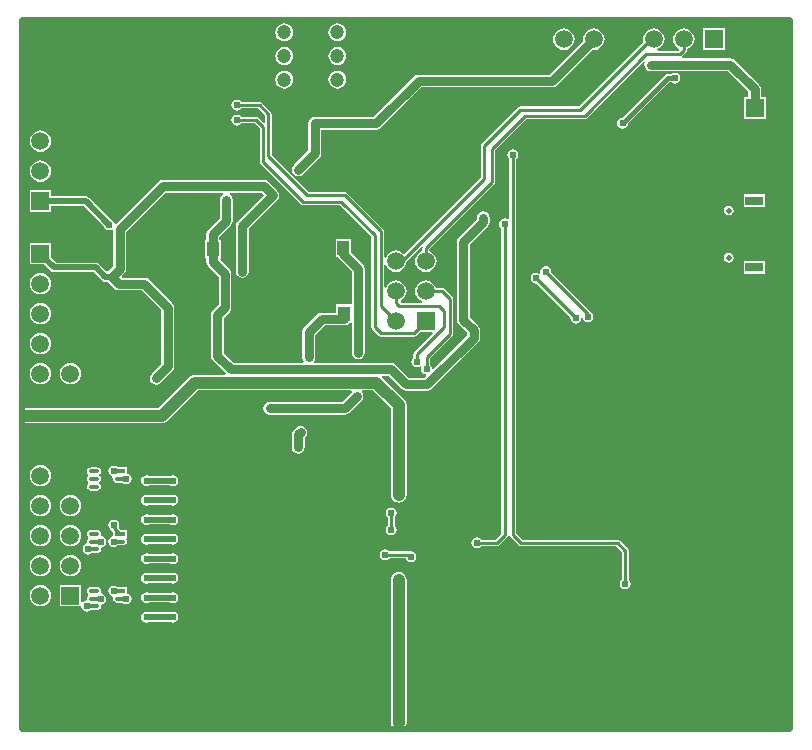
<source format=gbl>
G04*
G04 #@! TF.GenerationSoftware,Altium Limited,Altium Designer,18.1.9 (240)*
G04*
G04 Layer_Physical_Order=2*
G04 Layer_Color=16711680*
%FSLAX24Y24*%
%MOIN*%
G70*
G01*
G75*
%ADD12C,0.0100*%
%ADD17C,0.0200*%
%ADD22C,0.0050*%
%ADD41C,0.0591*%
%ADD47R,0.0335X0.0138*%
%ADD48O,0.0335X0.0138*%
%ADD86C,0.0300*%
%ADD87C,0.0150*%
%ADD88R,0.0591X0.0591*%
%ADD89R,0.0591X0.0591*%
%ADD90C,0.0472*%
%ADD91C,0.0197*%
%ADD92R,0.0591X0.0315*%
%ADD93C,0.1378*%
%ADD94C,0.0240*%
%ADD95R,0.0394X0.0492*%
%ADD96C,0.0400*%
%ADD97C,0.0394*%
G36*
X25591Y12D02*
X25555Y-24D01*
X12771Y-0D01*
X12759Y50D01*
X12774Y71D01*
X12800Y133D01*
X12809Y200D01*
X12805Y4976D01*
X12796Y5043D01*
X12770Y5106D01*
X12729Y5160D01*
X12676Y5201D01*
X12613Y5227D01*
X12546Y5235D01*
X12479Y5226D01*
X12417Y5200D01*
X12363Y5159D01*
X12322Y5106D01*
X12296Y5043D01*
X12287Y4976D01*
X12291Y200D01*
X12300Y133D01*
X12326Y70D01*
X12341Y50D01*
X12320Y0D01*
X-0Y0D01*
X-0Y10162D01*
X50Y10194D01*
X100Y10188D01*
X4650D01*
X4650Y10188D01*
X4718Y10197D01*
X4781Y10223D01*
X4835Y10265D01*
X5859Y11288D01*
X10966D01*
X10985Y11238D01*
X10661Y10914D01*
X8250D01*
X8168Y10898D01*
X8099Y10851D01*
X8052Y10782D01*
X8036Y10700D01*
X8052Y10618D01*
X8099Y10549D01*
X8168Y10502D01*
X8250Y10486D01*
X10750D01*
X10832Y10502D01*
X10901Y10549D01*
X11301Y10949D01*
X11348Y11018D01*
X11364Y11100D01*
X11348Y11182D01*
X11311Y11238D01*
X11330Y11288D01*
X11691D01*
X12288Y10691D01*
Y10450D01*
X12291Y10426D01*
Y7807D01*
X12300Y7740D01*
X12326Y7678D01*
X12367Y7624D01*
X12420Y7583D01*
X12483Y7557D01*
X12550Y7548D01*
X12617Y7557D01*
X12680Y7583D01*
X12733Y7624D01*
X12774Y7678D01*
X12800Y7740D01*
X12809Y7807D01*
Y10426D01*
X12812Y10450D01*
Y10800D01*
X12812Y10800D01*
X12803Y10868D01*
X12777Y10931D01*
X12735Y10985D01*
X12735Y10985D01*
X11985Y11735D01*
X11985Y11736D01*
X12002Y11786D01*
X12211D01*
X12649Y11349D01*
X12718Y11302D01*
X12800Y11286D01*
X13500D01*
X13582Y11302D01*
X13651Y11349D01*
X15201Y12899D01*
X15248Y12968D01*
X15264Y13050D01*
Y13300D01*
X15248Y13382D01*
X15201Y13451D01*
X14914Y13739D01*
Y16161D01*
X15514Y16761D01*
X15560Y16830D01*
X15576Y16912D01*
Y17050D01*
X15560Y17132D01*
X15514Y17201D01*
X15444Y17248D01*
X15362Y17264D01*
X15280Y17248D01*
X15211Y17201D01*
X15164Y17132D01*
X15148Y17050D01*
Y17001D01*
X14549Y16401D01*
X14502Y16332D01*
X14486Y16250D01*
Y13650D01*
X14502Y13568D01*
X14549Y13499D01*
X14836Y13211D01*
Y13139D01*
X13703Y12006D01*
X13650Y12024D01*
X13641Y12070D01*
X13601Y12130D01*
X13584Y12142D01*
Y12354D01*
X14329Y13099D01*
X14329Y13099D01*
X14354Y13135D01*
X14362Y13178D01*
X14362Y13178D01*
Y14350D01*
X14354Y14393D01*
X14329Y14429D01*
X14329Y14429D01*
X14079Y14679D01*
X14043Y14704D01*
X14000Y14712D01*
X14000Y14712D01*
X13788D01*
X13760Y14779D01*
X13703Y14853D01*
X13629Y14910D01*
X13543Y14946D01*
X13450Y14958D01*
X13357Y14946D01*
X13271Y14910D01*
X13197Y14853D01*
X13140Y14779D01*
X13104Y14693D01*
X13092Y14600D01*
X13104Y14507D01*
X13140Y14421D01*
X13197Y14347D01*
X13271Y14290D01*
X13337Y14262D01*
X13327Y14212D01*
X12639D01*
X12622Y14233D01*
X12628Y14281D01*
X12636Y14295D01*
X12703Y14347D01*
X12760Y14421D01*
X12796Y14507D01*
X12808Y14600D01*
X12796Y14693D01*
X12760Y14779D01*
X12703Y14853D01*
X12629Y14910D01*
X12543Y14946D01*
X12450Y14958D01*
X12357Y14946D01*
X12271Y14910D01*
X12197Y14853D01*
X12140Y14779D01*
X12112Y14713D01*
X12062Y14723D01*
Y15477D01*
X12112Y15487D01*
X12140Y15421D01*
X12197Y15347D01*
X12271Y15290D01*
X12357Y15254D01*
X12450Y15242D01*
X12543Y15254D01*
X12629Y15290D01*
X12703Y15347D01*
X12760Y15421D01*
X12796Y15507D01*
X12808Y15600D01*
X13294Y16085D01*
X13340Y16061D01*
X13338Y16050D01*
X13338Y16050D01*
Y15938D01*
X13271Y15910D01*
X13197Y15853D01*
X13140Y15779D01*
X13104Y15693D01*
X13092Y15600D01*
X13104Y15507D01*
X13140Y15421D01*
X13197Y15347D01*
X13271Y15290D01*
X13357Y15254D01*
X13450Y15242D01*
X13543Y15254D01*
X13629Y15290D01*
X13703Y15347D01*
X13760Y15421D01*
X13796Y15507D01*
X13808Y15600D01*
X13796Y15693D01*
X13760Y15779D01*
X13703Y15853D01*
X13629Y15910D01*
X13562Y15938D01*
Y16004D01*
X15729Y18171D01*
X15729Y18171D01*
X15754Y18207D01*
X15762Y18250D01*
X15762Y18250D01*
Y19304D01*
X16796Y20338D01*
X18750D01*
X18750Y20338D01*
X18793Y20346D01*
X18829Y20371D01*
X20709Y22250D01*
X20710Y22250D01*
X20750Y22221D01*
X20736Y22150D01*
X20752Y22068D01*
X20799Y21999D01*
X20868Y21952D01*
X20950Y21936D01*
X23511D01*
X24202Y21245D01*
Y21055D01*
X24061D01*
Y20345D01*
X24772D01*
Y21055D01*
X24631D01*
Y21333D01*
X24614Y21415D01*
X24568Y21485D01*
X23751Y22301D01*
X23682Y22348D01*
X23600Y22364D01*
X21997D01*
X21982Y22414D01*
X21992Y22421D01*
X22129Y22558D01*
X22129Y22558D01*
X22154Y22595D01*
X22162Y22638D01*
X22162Y22638D01*
Y22662D01*
X22229Y22690D01*
X22303Y22747D01*
X22360Y22821D01*
X22396Y22907D01*
X22408Y23000D01*
X22396Y23093D01*
X22360Y23179D01*
X22303Y23253D01*
X22229Y23310D01*
X22143Y23346D01*
X22050Y23358D01*
X21957Y23346D01*
X21871Y23310D01*
X21797Y23253D01*
X21740Y23179D01*
X21704Y23093D01*
X21692Y23000D01*
X21704Y22907D01*
X21740Y22821D01*
X21797Y22747D01*
X21865Y22694D01*
X21874Y22649D01*
X21875Y22639D01*
X21851Y22612D01*
X21173D01*
X21163Y22662D01*
X21229Y22690D01*
X21303Y22747D01*
X21360Y22821D01*
X21396Y22907D01*
X21408Y23000D01*
X21396Y23093D01*
X21360Y23179D01*
X21303Y23253D01*
X21229Y23310D01*
X21143Y23346D01*
X21050Y23358D01*
X20957Y23346D01*
X20871Y23310D01*
X20797Y23253D01*
X20740Y23179D01*
X20704Y23093D01*
X20692Y23000D01*
X20703Y22912D01*
X18554Y20762D01*
X16600D01*
X16557Y20754D01*
X16521Y20729D01*
X16521Y20729D01*
X15321Y19529D01*
X15296Y19493D01*
X15288Y19450D01*
X15288Y19450D01*
Y18396D01*
X12742Y15851D01*
X12703Y15853D01*
X12629Y15910D01*
X12543Y15946D01*
X12450Y15958D01*
X12357Y15946D01*
X12271Y15910D01*
X12197Y15853D01*
X12140Y15779D01*
X12112Y15713D01*
X12062Y15723D01*
Y16600D01*
X12054Y16643D01*
X12029Y16679D01*
X12029Y16679D01*
X10829Y17879D01*
X10793Y17904D01*
X10750Y17912D01*
X10750Y17912D01*
X9546D01*
X8312Y19146D01*
Y20506D01*
X8312Y20506D01*
X8304Y20548D01*
X8279Y20585D01*
X8279Y20585D01*
X7985Y20879D01*
X7948Y20904D01*
X7906Y20912D01*
X7906Y20912D01*
X7292D01*
X7280Y20930D01*
X7220Y20970D01*
X7150Y20984D01*
X7080Y20970D01*
X7020Y20930D01*
X6980Y20870D01*
X6966Y20800D01*
X6980Y20730D01*
X7020Y20670D01*
X7080Y20630D01*
X7150Y20616D01*
X7220Y20630D01*
X7280Y20670D01*
X7292Y20688D01*
X7859D01*
X8088Y20459D01*
Y20236D01*
X8042Y20217D01*
X7879Y20379D01*
X7843Y20404D01*
X7800Y20412D01*
X7800Y20412D01*
X7292D01*
X7280Y20430D01*
X7220Y20470D01*
X7150Y20484D01*
X7080Y20470D01*
X7020Y20430D01*
X6980Y20370D01*
X6966Y20300D01*
X6980Y20230D01*
X7020Y20170D01*
X7080Y20130D01*
X7150Y20116D01*
X7220Y20130D01*
X7280Y20170D01*
X7292Y20188D01*
X7754D01*
X7922Y20019D01*
Y18908D01*
X7922Y18908D01*
X7931Y18865D01*
X7955Y18829D01*
X9289Y17496D01*
X9289Y17496D01*
X9325Y17471D01*
X9368Y17463D01*
X9368Y17463D01*
X10591D01*
X11630Y16423D01*
Y15233D01*
X11630Y15233D01*
X11638Y15194D01*
Y13400D01*
X11638Y13400D01*
X11646Y13357D01*
X11671Y13321D01*
X11876Y13115D01*
X11876Y13115D01*
X11912Y13091D01*
X11955Y13083D01*
X11955Y13083D01*
X13050D01*
X13050Y13083D01*
X13093Y13091D01*
X13129Y13115D01*
X13259Y13245D01*
X13671D01*
X13690Y13199D01*
X13071Y12579D01*
X13046Y12543D01*
X13038Y12500D01*
X13038Y12500D01*
Y12392D01*
X13020Y12380D01*
X12980Y12320D01*
X12966Y12250D01*
X12980Y12180D01*
X13020Y12120D01*
X13080Y12080D01*
X13150Y12066D01*
X13220Y12080D01*
X13280Y12120D01*
X13313Y12087D01*
X13302Y12070D01*
X13288Y12000D01*
X13302Y11930D01*
X13342Y11870D01*
X13401Y11830D01*
X13448Y11821D01*
X13465Y11768D01*
X13411Y11714D01*
X12889D01*
X12451Y12151D01*
X12382Y12198D01*
X12300Y12214D01*
X9733D01*
X9712Y12264D01*
X9748Y12318D01*
X9764Y12400D01*
Y13150D01*
X10072Y13458D01*
X10727D01*
X10809Y13474D01*
X10879Y13521D01*
X10896Y13547D01*
X10972Y13547D01*
X10986Y13503D01*
Y12550D01*
X11002Y12468D01*
X11049Y12399D01*
X11118Y12352D01*
X11200Y12336D01*
X11282Y12352D01*
X11351Y12399D01*
X11398Y12468D01*
X11414Y12550D01*
Y15350D01*
X11398Y15432D01*
X11351Y15501D01*
X10957Y15896D01*
Y16337D01*
X10443D01*
Y15725D01*
X10531D01*
X10549Y15699D01*
X10986Y15261D01*
Y14204D01*
X10972Y14160D01*
X10936Y14160D01*
X10458D01*
Y13886D01*
X9983D01*
X9901Y13870D01*
X9832Y13824D01*
X9399Y13390D01*
X9352Y13321D01*
X9336Y13239D01*
Y12400D01*
X9352Y12318D01*
X9388Y12264D01*
X9367Y12214D01*
X7039D01*
X6714Y12539D01*
Y13715D01*
X6908Y13909D01*
X6955Y13978D01*
X6971Y14060D01*
Y15172D01*
X6955Y15254D01*
X6908Y15324D01*
X6587Y15645D01*
X6607Y15695D01*
X6607D01*
Y16307D01*
X6564D01*
Y16411D01*
X6951Y16799D01*
X6998Y16868D01*
X7014Y16950D01*
Y17650D01*
X6998Y17732D01*
X6951Y17801D01*
X6908Y17830D01*
X6923Y17880D01*
X7967D01*
X8047Y17800D01*
X7177Y16930D01*
X7131Y16860D01*
X7114Y16778D01*
Y15253D01*
X7131Y15171D01*
X7177Y15101D01*
X7246Y15055D01*
X7328Y15039D01*
X7410Y15055D01*
X7480Y15101D01*
X7526Y15171D01*
X7542Y15253D01*
Y16690D01*
X8501Y17649D01*
X8501Y17649D01*
X8548Y17718D01*
X8564Y17800D01*
X8548Y17882D01*
X8501Y17951D01*
X8207Y18246D01*
X8137Y18292D01*
X8056Y18309D01*
X4676D01*
X4594Y18292D01*
X4525Y18246D01*
X3128Y16850D01*
X3074Y16866D01*
X3070Y16889D01*
X3030Y16948D01*
X2970Y16988D01*
X2959Y16990D01*
X2234Y17715D01*
X2181Y17751D01*
X2119Y17763D01*
X955D01*
Y17955D01*
X245D01*
Y17245D01*
X955D01*
Y17437D01*
X2051D01*
X2728Y16760D01*
X2730Y16748D01*
X2770Y16689D01*
X2830Y16649D01*
X2900Y16635D01*
X2970Y16649D01*
X2986Y16659D01*
X3036Y16633D01*
Y15430D01*
X2872Y15266D01*
X2803D01*
X2565Y15503D01*
X2512Y15539D01*
X2450Y15551D01*
X1130D01*
X955Y15725D01*
Y16205D01*
X245D01*
Y15495D01*
X725D01*
X947Y15272D01*
X1000Y15237D01*
X1062Y15225D01*
X1062Y15225D01*
X2382D01*
X2652Y14955D01*
X2705Y14920D01*
X2767Y14907D01*
X2839D01*
X3059Y14688D01*
X3128Y14642D01*
X3210Y14625D01*
X3972D01*
X4636Y13961D01*
Y12179D01*
X4309Y11851D01*
X4262Y11782D01*
X4246Y11700D01*
X4262Y11618D01*
X4309Y11549D01*
X4378Y11502D01*
X4460Y11486D01*
X4542Y11502D01*
X4611Y11549D01*
X5001Y11939D01*
X5048Y12008D01*
X5064Y12090D01*
Y14050D01*
X5048Y14132D01*
X5001Y14201D01*
X4212Y14991D01*
X4143Y15037D01*
X4061Y15053D01*
X3336D01*
X3315Y15103D01*
X3401Y15190D01*
X3448Y15260D01*
X3464Y15342D01*
Y16580D01*
X4765Y17880D01*
X6677D01*
X6692Y17830D01*
X6649Y17801D01*
X6602Y17732D01*
X6586Y17650D01*
Y17039D01*
X6199Y16651D01*
X6152Y16582D01*
X6136Y16500D01*
Y16307D01*
X6093D01*
Y15695D01*
X6136D01*
Y15579D01*
X6152Y15497D01*
X6199Y15428D01*
X6543Y15084D01*
Y14149D01*
X6349Y13955D01*
X6302Y13885D01*
X6286Y13804D01*
Y12450D01*
X6302Y12368D01*
X6349Y12299D01*
X6785Y11862D01*
X6766Y11812D01*
X5750D01*
X5750Y11812D01*
X5682Y11803D01*
X5619Y11777D01*
X5565Y11735D01*
X5565Y11735D01*
X4541Y10712D01*
X100D01*
X50Y10706D01*
X0Y10738D01*
Y23594D01*
X25591D01*
X25591Y12D01*
D02*
G37*
%LPC*%
G36*
X10500Y23524D02*
X10423Y23513D01*
X10351Y23484D01*
X10289Y23436D01*
X10241Y23374D01*
X10211Y23302D01*
X10201Y23225D01*
X10211Y23147D01*
X10241Y23075D01*
X10289Y23014D01*
X10351Y22966D01*
X10423Y22936D01*
X10500Y22926D01*
X10577Y22936D01*
X10649Y22966D01*
X10711Y23014D01*
X10759Y23075D01*
X10789Y23147D01*
X10799Y23225D01*
X10789Y23302D01*
X10759Y23374D01*
X10711Y23436D01*
X10649Y23484D01*
X10577Y23513D01*
X10500Y23524D01*
D02*
G37*
G36*
X8728D02*
X8651Y23513D01*
X8579Y23484D01*
X8517Y23436D01*
X8470Y23374D01*
X8440Y23302D01*
X8430Y23225D01*
X8440Y23147D01*
X8470Y23075D01*
X8517Y23014D01*
X8579Y22966D01*
X8651Y22936D01*
X8728Y22926D01*
X8806Y22936D01*
X8878Y22966D01*
X8940Y23014D01*
X8987Y23075D01*
X9017Y23147D01*
X9027Y23225D01*
X9017Y23302D01*
X8987Y23374D01*
X8940Y23436D01*
X8878Y23484D01*
X8806Y23513D01*
X8728Y23524D01*
D02*
G37*
G36*
X23405Y23355D02*
X22695D01*
Y22645D01*
X23405D01*
Y23355D01*
D02*
G37*
G36*
X19050Y23358D02*
X18957Y23346D01*
X18871Y23310D01*
X18797Y23253D01*
X18740Y23179D01*
X18704Y23093D01*
X18692Y23000D01*
X18698Y22951D01*
X17567Y21820D01*
X13206D01*
X13124Y21803D01*
X13054Y21757D01*
X11706Y20409D01*
X9750D01*
X9668Y20392D01*
X9599Y20346D01*
X9552Y20276D01*
X9536Y20194D01*
Y19289D01*
X9049Y18801D01*
X9002Y18732D01*
X8986Y18650D01*
X9002Y18568D01*
X9049Y18499D01*
X9118Y18452D01*
X9200Y18436D01*
X9282Y18452D01*
X9351Y18499D01*
X9901Y19049D01*
X9948Y19118D01*
X9964Y19200D01*
Y19980D01*
X11794D01*
X11876Y19997D01*
X11946Y20043D01*
X13294Y21391D01*
X17656D01*
X17737Y21408D01*
X17807Y21454D01*
X19001Y22648D01*
X19050Y22642D01*
X19143Y22654D01*
X19229Y22690D01*
X19303Y22747D01*
X19360Y22821D01*
X19396Y22907D01*
X19408Y23000D01*
X19396Y23093D01*
X19360Y23179D01*
X19303Y23253D01*
X19229Y23310D01*
X19143Y23346D01*
X19050Y23358D01*
D02*
G37*
G36*
X18050D02*
X17957Y23346D01*
X17871Y23310D01*
X17797Y23253D01*
X17740Y23179D01*
X17704Y23093D01*
X17692Y23000D01*
X17704Y22907D01*
X17740Y22821D01*
X17797Y22747D01*
X17871Y22690D01*
X17957Y22654D01*
X18050Y22642D01*
X18143Y22654D01*
X18229Y22690D01*
X18303Y22747D01*
X18360Y22821D01*
X18396Y22907D01*
X18408Y23000D01*
X18396Y23093D01*
X18360Y23179D01*
X18303Y23253D01*
X18229Y23310D01*
X18143Y23346D01*
X18050Y23358D01*
D02*
G37*
G36*
X10500Y22736D02*
X10423Y22726D01*
X10351Y22696D01*
X10289Y22649D01*
X10241Y22587D01*
X10211Y22515D01*
X10201Y22437D01*
X10211Y22360D01*
X10241Y22288D01*
X10289Y22226D01*
X10351Y22179D01*
X10423Y22149D01*
X10500Y22139D01*
X10577Y22149D01*
X10649Y22179D01*
X10711Y22226D01*
X10759Y22288D01*
X10789Y22360D01*
X10799Y22437D01*
X10789Y22515D01*
X10759Y22587D01*
X10711Y22649D01*
X10649Y22696D01*
X10577Y22726D01*
X10500Y22736D01*
D02*
G37*
G36*
X8728D02*
X8651Y22726D01*
X8579Y22696D01*
X8517Y22649D01*
X8470Y22587D01*
X8440Y22515D01*
X8430Y22437D01*
X8440Y22360D01*
X8470Y22288D01*
X8517Y22226D01*
X8579Y22179D01*
X8651Y22149D01*
X8728Y22139D01*
X8806Y22149D01*
X8878Y22179D01*
X8940Y22226D01*
X8987Y22288D01*
X9017Y22360D01*
X9027Y22437D01*
X9017Y22515D01*
X8987Y22587D01*
X8940Y22649D01*
X8878Y22696D01*
X8806Y22726D01*
X8728Y22736D01*
D02*
G37*
G36*
X21750Y21884D02*
X21680Y21870D01*
X21632Y21838D01*
X21512D01*
X21460Y21827D01*
X21415Y21797D01*
X21415Y21797D01*
X19993Y20375D01*
X19937Y20364D01*
X19877Y20324D01*
X19837Y20265D01*
X19823Y20194D01*
X19837Y20124D01*
X19877Y20065D01*
X19937Y20025D01*
X20007Y20011D01*
X20077Y20025D01*
X20137Y20065D01*
X20176Y20124D01*
X20187Y20181D01*
X21569Y21562D01*
X21632D01*
X21680Y21530D01*
X21750Y21516D01*
X21820Y21530D01*
X21880Y21570D01*
X21920Y21630D01*
X21934Y21700D01*
X21920Y21770D01*
X21880Y21830D01*
X21820Y21870D01*
X21750Y21884D01*
D02*
G37*
G36*
X10500Y21949D02*
X10423Y21939D01*
X10351Y21909D01*
X10289Y21861D01*
X10241Y21799D01*
X10211Y21727D01*
X10201Y21650D01*
X10211Y21573D01*
X10241Y21501D01*
X10289Y21439D01*
X10351Y21391D01*
X10423Y21361D01*
X10500Y21351D01*
X10577Y21361D01*
X10649Y21391D01*
X10711Y21439D01*
X10759Y21501D01*
X10789Y21573D01*
X10799Y21650D01*
X10789Y21727D01*
X10759Y21799D01*
X10711Y21861D01*
X10649Y21909D01*
X10577Y21939D01*
X10500Y21949D01*
D02*
G37*
G36*
X8728D02*
X8651Y21939D01*
X8579Y21909D01*
X8517Y21861D01*
X8470Y21799D01*
X8440Y21727D01*
X8430Y21650D01*
X8440Y21573D01*
X8470Y21501D01*
X8517Y21439D01*
X8579Y21391D01*
X8651Y21361D01*
X8728Y21351D01*
X8806Y21361D01*
X8878Y21391D01*
X8940Y21439D01*
X8987Y21501D01*
X9017Y21573D01*
X9027Y21650D01*
X9017Y21727D01*
X8987Y21799D01*
X8940Y21861D01*
X8878Y21909D01*
X8806Y21939D01*
X8728Y21949D01*
D02*
G37*
G36*
X600Y19958D02*
X507Y19946D01*
X421Y19910D01*
X347Y19853D01*
X290Y19779D01*
X254Y19693D01*
X242Y19600D01*
X254Y19507D01*
X290Y19421D01*
X347Y19347D01*
X421Y19290D01*
X507Y19254D01*
X600Y19242D01*
X693Y19254D01*
X779Y19290D01*
X853Y19347D01*
X910Y19421D01*
X946Y19507D01*
X958Y19600D01*
X946Y19693D01*
X910Y19779D01*
X853Y19853D01*
X779Y19910D01*
X693Y19946D01*
X600Y19958D01*
D02*
G37*
G36*
Y18958D02*
X507Y18946D01*
X421Y18910D01*
X347Y18853D01*
X290Y18779D01*
X254Y18693D01*
X242Y18600D01*
X254Y18507D01*
X290Y18421D01*
X347Y18347D01*
X421Y18290D01*
X507Y18254D01*
X600Y18242D01*
X693Y18254D01*
X779Y18290D01*
X853Y18347D01*
X910Y18421D01*
X946Y18507D01*
X958Y18600D01*
X946Y18693D01*
X910Y18779D01*
X853Y18853D01*
X779Y18910D01*
X693Y18946D01*
X600Y18958D01*
D02*
G37*
G36*
X24752Y17830D02*
X24042D01*
Y17395D01*
X24752D01*
Y17830D01*
D02*
G37*
G36*
X23550Y17449D02*
X23489Y17437D01*
X23436Y17402D01*
X23401Y17349D01*
X23389Y17287D01*
X23401Y17226D01*
X23436Y17173D01*
X23489Y17138D01*
X23550Y17126D01*
X23612Y17138D01*
X23665Y17173D01*
X23700Y17226D01*
X23712Y17287D01*
X23700Y17349D01*
X23665Y17402D01*
X23612Y17437D01*
X23550Y17449D01*
D02*
G37*
G36*
X16350Y19334D02*
X16280Y19320D01*
X16220Y19280D01*
X16180Y19220D01*
X16166Y19150D01*
X16180Y19080D01*
X16220Y19020D01*
X16238Y19008D01*
Y17012D01*
X16188Y16990D01*
X16144Y17020D01*
X16074Y17034D01*
X16004Y17020D01*
X15944Y16980D01*
X15904Y16920D01*
X15890Y16850D01*
X15904Y16780D01*
X15944Y16720D01*
X15962Y16708D01*
Y6520D01*
X15758Y6317D01*
X15285D01*
X15273Y6334D01*
X15214Y6374D01*
X15144Y6388D01*
X15073Y6374D01*
X15014Y6334D01*
X14974Y6275D01*
X14960Y6205D01*
X14974Y6134D01*
X15014Y6075D01*
X15073Y6035D01*
X15144Y6021D01*
X15214Y6035D01*
X15273Y6075D01*
X15285Y6093D01*
X15805D01*
X15805Y6093D01*
X15848Y6101D01*
X15884Y6125D01*
X16153Y6394D01*
X16153Y6394D01*
X16177Y6431D01*
X16186Y6474D01*
X16186Y6474D01*
Y16656D01*
X16188Y16657D01*
X16238Y16631D01*
Y6485D01*
X16238Y6485D01*
X16246Y6442D01*
X16271Y6406D01*
X16551Y6125D01*
X16551Y6125D01*
X16587Y6101D01*
X16630Y6093D01*
X19792D01*
X19981Y5904D01*
Y4992D01*
X19964Y4980D01*
X19924Y4920D01*
X19910Y4850D01*
X19924Y4780D01*
X19964Y4720D01*
X20023Y4680D01*
X20093Y4666D01*
X20164Y4680D01*
X20223Y4720D01*
X20263Y4780D01*
X20277Y4850D01*
X20263Y4920D01*
X20223Y4980D01*
X20206Y4992D01*
Y5950D01*
X20197Y5993D01*
X20173Y6029D01*
X20173Y6029D01*
X19918Y6284D01*
X19882Y6308D01*
X19839Y6317D01*
X19839Y6317D01*
X16677D01*
X16462Y6531D01*
Y19008D01*
X16480Y19020D01*
X16520Y19080D01*
X16534Y19150D01*
X16520Y19220D01*
X16480Y19280D01*
X16420Y19320D01*
X16350Y19334D01*
D02*
G37*
G36*
X23550Y15874D02*
X23489Y15862D01*
X23436Y15827D01*
X23401Y15774D01*
X23389Y15713D01*
X23401Y15651D01*
X23436Y15598D01*
X23489Y15563D01*
X23550Y15551D01*
X23612Y15563D01*
X23665Y15598D01*
X23700Y15651D01*
X23712Y15713D01*
X23700Y15774D01*
X23665Y15827D01*
X23612Y15862D01*
X23550Y15874D01*
D02*
G37*
G36*
X17450Y15436D02*
X17380Y15422D01*
X17320Y15383D01*
X17280Y15323D01*
X17266Y15253D01*
X17275Y15212D01*
X17230Y15182D01*
X17204Y15199D01*
X17134Y15213D01*
X17064Y15199D01*
X17004Y15159D01*
X16964Y15100D01*
X16950Y15030D01*
X16964Y14959D01*
X17004Y14900D01*
X17064Y14860D01*
X17134Y14846D01*
X17155Y14850D01*
X18269Y13736D01*
X18262Y13700D01*
X18276Y13630D01*
X18315Y13570D01*
X18375Y13530D01*
X18445Y13516D01*
X18515Y13530D01*
X18575Y13570D01*
X18615Y13630D01*
X18628Y13699D01*
X18629Y13700D01*
X18672Y13702D01*
Y13702D01*
X18672D01*
X18680Y13680D01*
X18693Y13661D01*
X18720Y13620D01*
X18780Y13580D01*
X18850Y13566D01*
X18920Y13580D01*
X18980Y13620D01*
X19020Y13680D01*
X19034Y13750D01*
X19020Y13820D01*
X18980Y13880D01*
X18952Y13899D01*
X18929Y13932D01*
X17629Y15232D01*
X17634Y15253D01*
X17620Y15323D01*
X17580Y15383D01*
X17520Y15422D01*
X17450Y15436D01*
D02*
G37*
G36*
X24752Y15605D02*
X24042D01*
Y15170D01*
X24752D01*
Y15605D01*
D02*
G37*
G36*
X600Y15208D02*
X507Y15196D01*
X421Y15160D01*
X347Y15103D01*
X290Y15029D01*
X254Y14943D01*
X242Y14850D01*
X254Y14757D01*
X290Y14671D01*
X347Y14597D01*
X421Y14540D01*
X507Y14504D01*
X600Y14492D01*
X693Y14504D01*
X779Y14540D01*
X853Y14597D01*
X910Y14671D01*
X946Y14757D01*
X958Y14850D01*
X946Y14943D01*
X910Y15029D01*
X853Y15103D01*
X779Y15160D01*
X693Y15196D01*
X600Y15208D01*
D02*
G37*
G36*
Y14208D02*
X507Y14196D01*
X421Y14160D01*
X347Y14103D01*
X290Y14029D01*
X254Y13943D01*
X242Y13850D01*
X254Y13757D01*
X290Y13671D01*
X347Y13597D01*
X421Y13540D01*
X507Y13504D01*
X600Y13492D01*
X693Y13504D01*
X779Y13540D01*
X853Y13597D01*
X910Y13671D01*
X946Y13757D01*
X958Y13850D01*
X946Y13943D01*
X910Y14029D01*
X853Y14103D01*
X779Y14160D01*
X693Y14196D01*
X600Y14208D01*
D02*
G37*
G36*
Y13208D02*
X507Y13196D01*
X421Y13160D01*
X347Y13103D01*
X290Y13029D01*
X254Y12943D01*
X242Y12850D01*
X254Y12757D01*
X290Y12671D01*
X347Y12597D01*
X421Y12540D01*
X507Y12504D01*
X600Y12492D01*
X693Y12504D01*
X779Y12540D01*
X853Y12597D01*
X910Y12671D01*
X946Y12757D01*
X958Y12850D01*
X946Y12943D01*
X910Y13029D01*
X853Y13103D01*
X779Y13160D01*
X693Y13196D01*
X600Y13208D01*
D02*
G37*
G36*
X1600Y12208D02*
X1507Y12196D01*
X1421Y12160D01*
X1347Y12103D01*
X1290Y12029D01*
X1254Y11943D01*
X1242Y11850D01*
X1254Y11757D01*
X1290Y11671D01*
X1347Y11597D01*
X1421Y11540D01*
X1507Y11504D01*
X1600Y11492D01*
X1693Y11504D01*
X1779Y11540D01*
X1853Y11597D01*
X1910Y11671D01*
X1946Y11757D01*
X1958Y11850D01*
X1946Y11943D01*
X1910Y12029D01*
X1853Y12103D01*
X1779Y12160D01*
X1693Y12196D01*
X1600Y12208D01*
D02*
G37*
G36*
X600D02*
X507Y12196D01*
X421Y12160D01*
X347Y12103D01*
X290Y12029D01*
X254Y11943D01*
X242Y11850D01*
X254Y11757D01*
X290Y11671D01*
X347Y11597D01*
X421Y11540D01*
X507Y11504D01*
X600Y11492D01*
X693Y11504D01*
X779Y11540D01*
X853Y11597D01*
X910Y11671D01*
X946Y11757D01*
X958Y11850D01*
X946Y11943D01*
X910Y12029D01*
X853Y12103D01*
X779Y12160D01*
X693Y12196D01*
X600Y12208D01*
D02*
G37*
G36*
X9277Y10114D02*
X9195Y10098D01*
X9125Y10051D01*
X9049Y9975D01*
X9002Y9905D01*
X8986Y9823D01*
Y9390D01*
X9002Y9308D01*
X9049Y9239D01*
X9118Y9192D01*
X9200Y9176D01*
X9282Y9192D01*
X9351Y9239D01*
X9398Y9308D01*
X9414Y9390D01*
Y9735D01*
X9428Y9749D01*
X9475Y9818D01*
X9491Y9900D01*
X9475Y9982D01*
X9428Y10051D01*
X9359Y10098D01*
X9277Y10114D01*
D02*
G37*
G36*
X3047Y8779D02*
X2977Y8765D01*
X2918Y8725D01*
X2878Y8666D01*
X2864Y8595D01*
X2878Y8525D01*
X2918Y8466D01*
X2977Y8426D01*
X2995Y8422D01*
X3002Y8417D01*
X3029Y8365D01*
X3024Y8339D01*
X3034Y8289D01*
X3062Y8246D01*
X3105Y8218D01*
X3155Y8208D01*
X3332D01*
X3389Y8170D01*
X3459Y8156D01*
X3529Y8170D01*
X3589Y8210D01*
X3629Y8269D01*
X3643Y8339D01*
X3629Y8410D01*
X3589Y8469D01*
X3529Y8509D01*
X3481Y8519D01*
Y8724D01*
X3178D01*
X3177Y8725D01*
X3118Y8765D01*
X3047Y8779D01*
D02*
G37*
G36*
X4141Y8468D02*
X4070Y8454D01*
X4011Y8415D01*
X3971Y8355D01*
X3957Y8285D01*
X3971Y8215D01*
X4011Y8155D01*
X4070Y8115D01*
X4141Y8101D01*
X4211Y8115D01*
X4220Y8122D01*
X4937D01*
X4947Y8115D01*
X5017Y8101D01*
X5088Y8115D01*
X5147Y8155D01*
X5187Y8215D01*
X5201Y8285D01*
X5187Y8355D01*
X5147Y8415D01*
X5088Y8454D01*
X5017Y8468D01*
X4947Y8454D01*
X4937Y8448D01*
X4220D01*
X4211Y8454D01*
X4141Y8468D01*
D02*
G37*
G36*
X600Y8808D02*
X507Y8796D01*
X421Y8760D01*
X347Y8703D01*
X290Y8629D01*
X254Y8543D01*
X242Y8450D01*
X254Y8357D01*
X290Y8271D01*
X347Y8197D01*
X421Y8140D01*
X507Y8104D01*
X600Y8092D01*
X693Y8104D01*
X779Y8140D01*
X853Y8197D01*
X910Y8271D01*
X946Y8357D01*
X958Y8450D01*
X946Y8543D01*
X910Y8629D01*
X853Y8703D01*
X779Y8760D01*
X693Y8796D01*
X600Y8808D01*
D02*
G37*
G36*
X2486Y8727D02*
X2289D01*
X2239Y8717D01*
X2196Y8688D01*
X2167Y8646D01*
X2157Y8595D01*
X2167Y8545D01*
X2196Y8502D01*
X2203Y8497D01*
Y8437D01*
X2196Y8432D01*
X2167Y8390D01*
X2157Y8339D01*
X2167Y8289D01*
X2196Y8246D01*
X2203Y8242D01*
Y8181D01*
X2196Y8176D01*
X2167Y8134D01*
X2157Y8084D01*
X2167Y8033D01*
X2196Y7991D01*
X2239Y7962D01*
X2289Y7952D01*
X2486D01*
X2536Y7962D01*
X2579Y7991D01*
X2607Y8033D01*
X2617Y8084D01*
X2607Y8134D01*
X2579Y8176D01*
X2571Y8181D01*
Y8242D01*
X2579Y8246D01*
X2607Y8289D01*
X2617Y8339D01*
X2607Y8390D01*
X2579Y8432D01*
X2571Y8437D01*
Y8497D01*
X2579Y8502D01*
X2607Y8545D01*
X2617Y8595D01*
X2607Y8646D01*
X2579Y8688D01*
X2536Y8717D01*
X2486Y8727D01*
D02*
G37*
G36*
X4141Y7818D02*
X4070Y7804D01*
X4011Y7765D01*
X3971Y7705D01*
X3957Y7635D01*
X3971Y7565D01*
X4011Y7505D01*
X4070Y7465D01*
X4141Y7451D01*
X4211Y7465D01*
X4220Y7472D01*
X4937D01*
X4947Y7465D01*
X5017Y7451D01*
X5088Y7465D01*
X5147Y7505D01*
X5187Y7565D01*
X5201Y7635D01*
X5187Y7705D01*
X5147Y7765D01*
X5088Y7804D01*
X5017Y7818D01*
X4947Y7804D01*
X4937Y7798D01*
X4220D01*
X4211Y7804D01*
X4141Y7818D01*
D02*
G37*
G36*
X5017Y7168D02*
X4947Y7154D01*
X4937Y7148D01*
X4220D01*
X4211Y7154D01*
X4141Y7168D01*
X4070Y7154D01*
X4011Y7115D01*
X3971Y7055D01*
X3957Y6985D01*
X3971Y6915D01*
X4011Y6855D01*
X4070Y6815D01*
X4141Y6801D01*
X4211Y6815D01*
X4220Y6822D01*
X4937D01*
X4947Y6815D01*
X5017Y6801D01*
X5088Y6815D01*
X5147Y6855D01*
X5187Y6915D01*
X5201Y6985D01*
X5187Y7055D01*
X5147Y7115D01*
X5088Y7154D01*
X5017Y7168D01*
D02*
G37*
G36*
X1600Y7808D02*
X1507Y7796D01*
X1421Y7760D01*
X1347Y7703D01*
X1290Y7629D01*
X1254Y7543D01*
X1242Y7450D01*
X1254Y7357D01*
X1290Y7271D01*
X1347Y7197D01*
X1421Y7140D01*
X1507Y7104D01*
X1600Y7092D01*
X1693Y7104D01*
X1779Y7140D01*
X1853Y7197D01*
X1910Y7271D01*
X1946Y7357D01*
X1958Y7450D01*
X1946Y7543D01*
X1910Y7629D01*
X1853Y7703D01*
X1779Y7760D01*
X1693Y7796D01*
X1600Y7808D01*
D02*
G37*
G36*
X600D02*
X507Y7796D01*
X421Y7760D01*
X347Y7703D01*
X290Y7629D01*
X254Y7543D01*
X242Y7450D01*
X254Y7357D01*
X290Y7271D01*
X347Y7197D01*
X421Y7140D01*
X507Y7104D01*
X600Y7092D01*
X693Y7104D01*
X779Y7140D01*
X853Y7197D01*
X910Y7271D01*
X946Y7357D01*
X958Y7450D01*
X946Y7543D01*
X910Y7629D01*
X853Y7703D01*
X779Y7760D01*
X693Y7796D01*
X600Y7808D01*
D02*
G37*
G36*
X5017Y6518D02*
X4947Y6504D01*
X4937Y6498D01*
X4220D01*
X4211Y6504D01*
X4141Y6518D01*
X4070Y6504D01*
X4011Y6465D01*
X3971Y6405D01*
X3957Y6335D01*
X3971Y6265D01*
X4011Y6205D01*
X4070Y6165D01*
X4141Y6151D01*
X4211Y6165D01*
X4220Y6172D01*
X4937D01*
X4947Y6165D01*
X5017Y6151D01*
X5088Y6165D01*
X5147Y6205D01*
X5187Y6265D01*
X5201Y6335D01*
X5187Y6405D01*
X5147Y6465D01*
X5088Y6504D01*
X5017Y6518D01*
D02*
G37*
G36*
X12300Y7384D02*
X12230Y7370D01*
X12171Y7330D01*
X12131Y7270D01*
X12117Y7200D01*
X12131Y7130D01*
X12171Y7070D01*
X12188Y7058D01*
Y6792D01*
X12171Y6780D01*
X12131Y6720D01*
X12117Y6650D01*
X12131Y6580D01*
X12171Y6520D01*
X12230Y6480D01*
X12300Y6466D01*
X12371Y6480D01*
X12430Y6520D01*
X12470Y6580D01*
X12484Y6650D01*
X12470Y6720D01*
X12430Y6780D01*
X12413Y6792D01*
Y7058D01*
X12430Y7070D01*
X12470Y7130D01*
X12484Y7200D01*
X12470Y7270D01*
X12430Y7330D01*
X12371Y7370D01*
X12300Y7384D01*
D02*
G37*
G36*
X1600Y6808D02*
X1507Y6796D01*
X1421Y6760D01*
X1347Y6703D01*
X1290Y6629D01*
X1254Y6543D01*
X1242Y6450D01*
X1254Y6357D01*
X1290Y6271D01*
X1347Y6197D01*
X1421Y6140D01*
X1507Y6104D01*
X1600Y6092D01*
X1693Y6104D01*
X1779Y6140D01*
X1853Y6197D01*
X1910Y6271D01*
X1946Y6357D01*
X1958Y6450D01*
X1946Y6543D01*
X1910Y6629D01*
X1853Y6703D01*
X1779Y6760D01*
X1693Y6796D01*
X1600Y6808D01*
D02*
G37*
G36*
X600D02*
X507Y6796D01*
X421Y6760D01*
X347Y6703D01*
X290Y6629D01*
X254Y6543D01*
X242Y6450D01*
X254Y6357D01*
X290Y6271D01*
X347Y6197D01*
X421Y6140D01*
X507Y6104D01*
X600Y6092D01*
X693Y6104D01*
X779Y6140D01*
X853Y6197D01*
X910Y6271D01*
X946Y6357D01*
X958Y6450D01*
X946Y6543D01*
X910Y6629D01*
X853Y6703D01*
X779Y6760D01*
X693Y6796D01*
X600Y6808D01*
D02*
G37*
G36*
X3050Y6984D02*
X2980Y6970D01*
X2920Y6930D01*
X2880Y6870D01*
X2866Y6800D01*
X2880Y6730D01*
X2920Y6670D01*
X2969Y6638D01*
X2971Y6635D01*
X3026Y6580D01*
Y6434D01*
X2974Y6423D01*
X2914Y6383D01*
X2875Y6324D01*
X2861Y6254D01*
X2875Y6183D01*
X2914Y6124D01*
X2974Y6084D01*
X3044Y6070D01*
X3114Y6084D01*
X3171Y6122D01*
X3352D01*
X3402Y6132D01*
X3445Y6161D01*
X3473Y6203D01*
X3483Y6254D01*
X3473Y6304D01*
X3455Y6331D01*
X3476Y6379D01*
X3478Y6381D01*
X3481D01*
Y6638D01*
X3284D01*
X3209Y6714D01*
X3220Y6730D01*
X3234Y6800D01*
X3220Y6870D01*
X3180Y6930D01*
X3120Y6970D01*
X3050Y6984D01*
D02*
G37*
G36*
X2486Y6641D02*
X2289D01*
X2239Y6631D01*
X2196Y6602D01*
X2167Y6560D01*
X2157Y6510D01*
X2167Y6459D01*
X2196Y6417D01*
X2203Y6412D01*
Y6352D01*
X2196Y6347D01*
X2167Y6304D01*
X2157Y6254D01*
X2163Y6225D01*
X2135Y6168D01*
X2130Y6167D01*
X2070Y6128D01*
X2030Y6068D01*
X2016Y5998D01*
X2030Y5928D01*
X2070Y5868D01*
X2130Y5828D01*
X2200Y5814D01*
X2270Y5828D01*
X2327Y5866D01*
X2486D01*
X2536Y5876D01*
X2579Y5905D01*
X2607Y5947D01*
X2617Y5998D01*
X2612Y6023D01*
X2641Y6073D01*
X2648Y6077D01*
X2682Y6084D01*
X2742Y6124D01*
X2781Y6183D01*
X2795Y6254D01*
X2781Y6324D01*
X2742Y6383D01*
X2682Y6423D01*
X2648Y6430D01*
X2641Y6435D01*
X2612Y6484D01*
X2617Y6510D01*
X2607Y6560D01*
X2579Y6602D01*
X2536Y6631D01*
X2486Y6641D01*
D02*
G37*
G36*
X12100Y5995D02*
X12030Y5981D01*
X11970Y5941D01*
X11930Y5881D01*
X11916Y5811D01*
X11930Y5741D01*
X11970Y5681D01*
X12030Y5641D01*
X12100Y5627D01*
X12170Y5641D01*
X12230Y5681D01*
X12242Y5699D01*
X12772D01*
X12776Y5680D01*
X12816Y5620D01*
X12875Y5580D01*
X12945Y5566D01*
X13016Y5580D01*
X13075Y5620D01*
X13115Y5680D01*
X13129Y5750D01*
X13115Y5820D01*
X13075Y5880D01*
X13016Y5920D01*
X12945Y5934D01*
X12889Y5922D01*
X12884Y5923D01*
X12884Y5923D01*
X12242D01*
X12230Y5941D01*
X12170Y5981D01*
X12100Y5995D01*
D02*
G37*
G36*
X4141Y5868D02*
X4070Y5854D01*
X4011Y5815D01*
X3971Y5755D01*
X3957Y5685D01*
X3971Y5615D01*
X4011Y5555D01*
X4070Y5515D01*
X4141Y5501D01*
X4211Y5515D01*
X4220Y5522D01*
X4937D01*
X4947Y5515D01*
X5017Y5501D01*
X5088Y5515D01*
X5147Y5555D01*
X5187Y5615D01*
X5201Y5685D01*
X5187Y5755D01*
X5147Y5815D01*
X5088Y5854D01*
X5017Y5868D01*
X4947Y5854D01*
X4937Y5848D01*
X4220D01*
X4211Y5854D01*
X4141Y5868D01*
D02*
G37*
G36*
X1600Y5808D02*
X1507Y5796D01*
X1421Y5760D01*
X1347Y5703D01*
X1290Y5629D01*
X1254Y5543D01*
X1242Y5450D01*
X1254Y5357D01*
X1290Y5271D01*
X1347Y5197D01*
X1421Y5140D01*
X1507Y5104D01*
X1600Y5092D01*
X1693Y5104D01*
X1779Y5140D01*
X1853Y5197D01*
X1910Y5271D01*
X1946Y5357D01*
X1958Y5450D01*
X1946Y5543D01*
X1910Y5629D01*
X1853Y5703D01*
X1779Y5760D01*
X1693Y5796D01*
X1600Y5808D01*
D02*
G37*
G36*
X600D02*
X507Y5796D01*
X421Y5760D01*
X347Y5703D01*
X290Y5629D01*
X254Y5543D01*
X242Y5450D01*
X254Y5357D01*
X290Y5271D01*
X347Y5197D01*
X421Y5140D01*
X507Y5104D01*
X600Y5092D01*
X693Y5104D01*
X779Y5140D01*
X853Y5197D01*
X910Y5271D01*
X946Y5357D01*
X958Y5450D01*
X946Y5543D01*
X910Y5629D01*
X853Y5703D01*
X779Y5760D01*
X693Y5796D01*
X600Y5808D01*
D02*
G37*
G36*
X4141Y5218D02*
X4070Y5204D01*
X4011Y5165D01*
X3971Y5105D01*
X3957Y5035D01*
X3971Y4965D01*
X4011Y4905D01*
X4070Y4865D01*
X4141Y4851D01*
X4211Y4865D01*
X4220Y4872D01*
X4937D01*
X4947Y4865D01*
X5017Y4851D01*
X5088Y4865D01*
X5147Y4905D01*
X5187Y4965D01*
X5201Y5035D01*
X5187Y5105D01*
X5147Y5165D01*
X5088Y5204D01*
X5017Y5218D01*
X4947Y5204D01*
X4937Y5198D01*
X4220D01*
X4211Y5204D01*
X4141Y5218D01*
D02*
G37*
G36*
X5017Y4568D02*
X4947Y4554D01*
X4937Y4548D01*
X4220D01*
X4211Y4554D01*
X4141Y4568D01*
X4070Y4554D01*
X4011Y4515D01*
X3971Y4455D01*
X3957Y4385D01*
X3971Y4315D01*
X4011Y4255D01*
X4070Y4215D01*
X4141Y4201D01*
X4211Y4215D01*
X4220Y4222D01*
X4937D01*
X4947Y4215D01*
X5017Y4201D01*
X5088Y4215D01*
X5147Y4255D01*
X5187Y4315D01*
X5201Y4385D01*
X5187Y4455D01*
X5147Y4515D01*
X5088Y4554D01*
X5017Y4568D01*
D02*
G37*
G36*
X3044Y4784D02*
X2974Y4770D01*
X2914Y4730D01*
X2875Y4670D01*
X2861Y4600D01*
X2875Y4530D01*
X2914Y4470D01*
X2974Y4430D01*
X2992Y4427D01*
X2997Y4424D01*
X3027Y4369D01*
X3024Y4350D01*
X3034Y4300D01*
X3062Y4257D01*
X3105Y4229D01*
X3155Y4219D01*
X3329D01*
X3386Y4180D01*
X3456Y4166D01*
X3526Y4180D01*
X3586Y4220D01*
X3625Y4280D01*
X3639Y4350D01*
X3625Y4420D01*
X3586Y4480D01*
X3526Y4520D01*
X3481Y4529D01*
Y4735D01*
X3166D01*
X3114Y4770D01*
X3044Y4784D01*
D02*
G37*
G36*
X600Y4808D02*
X507Y4796D01*
X421Y4760D01*
X347Y4703D01*
X290Y4629D01*
X254Y4543D01*
X242Y4450D01*
X254Y4357D01*
X290Y4271D01*
X347Y4197D01*
X421Y4140D01*
X507Y4104D01*
X600Y4092D01*
X693Y4104D01*
X779Y4140D01*
X853Y4197D01*
X910Y4271D01*
X946Y4357D01*
X958Y4450D01*
X946Y4543D01*
X910Y4629D01*
X853Y4703D01*
X779Y4760D01*
X693Y4796D01*
X600Y4808D01*
D02*
G37*
G36*
X1955Y4805D02*
X1245D01*
Y4095D01*
X1912D01*
X1955Y4095D01*
X1970Y4051D01*
X1975Y4030D01*
X2014Y3970D01*
X2074Y3930D01*
X2144Y3916D01*
X2214Y3930D01*
X2269Y3967D01*
X2289Y3963D01*
X2486D01*
X2536Y3973D01*
X2579Y4001D01*
X2607Y4044D01*
X2617Y4094D01*
X2612Y4118D01*
X2641Y4170D01*
X2647Y4175D01*
X2676Y4180D01*
X2736Y4220D01*
X2775Y4280D01*
X2789Y4350D01*
X2775Y4420D01*
X2736Y4480D01*
X2676Y4520D01*
X2647Y4525D01*
X2641Y4530D01*
X2612Y4582D01*
X2617Y4606D01*
X2607Y4656D01*
X2579Y4699D01*
X2536Y4727D01*
X2486Y4737D01*
X2289D01*
X2239Y4727D01*
X2196Y4699D01*
X2167Y4656D01*
X2157Y4606D01*
X2167Y4556D01*
X2196Y4513D01*
X2203Y4508D01*
Y4448D01*
X2196Y4443D01*
X2167Y4400D01*
X2157Y4350D01*
X2161Y4331D01*
X2158Y4322D01*
X2125Y4280D01*
X2124Y4280D01*
X2074Y4270D01*
X2014Y4230D01*
X2005Y4216D01*
X1955Y4231D01*
Y4805D01*
D02*
G37*
G36*
X5017Y3918D02*
X4947Y3904D01*
X4937Y3898D01*
X4220D01*
X4211Y3904D01*
X4141Y3918D01*
X4070Y3904D01*
X4011Y3865D01*
X3971Y3805D01*
X3957Y3735D01*
X3971Y3665D01*
X4011Y3605D01*
X4070Y3565D01*
X4141Y3551D01*
X4211Y3565D01*
X4220Y3572D01*
X4937D01*
X4947Y3565D01*
X5017Y3551D01*
X5088Y3565D01*
X5147Y3605D01*
X5187Y3665D01*
X5201Y3735D01*
X5187Y3805D01*
X5147Y3865D01*
X5088Y3904D01*
X5017Y3918D01*
D02*
G37*
%LPD*%
D12*
X18850Y13750D02*
Y13853D01*
X17450Y15253D02*
X18850Y13853D01*
X13472Y12000D02*
Y12400D01*
X13150Y12250D02*
Y12500D01*
X14050Y13400D01*
Y13950D01*
X13900Y14100D02*
X14050Y13950D01*
X12550Y14100D02*
X13900D01*
X12450Y14200D02*
X12550Y14100D01*
X12450Y14200D02*
Y14600D01*
X14250Y13178D02*
Y14350D01*
X14000Y14600D02*
X14250Y14350D01*
X13450Y14600D02*
X14000D01*
X20093Y4850D02*
Y5950D01*
X19839Y6205D02*
X20093Y5950D01*
X16630Y6205D02*
X19839D01*
X16350Y6485D02*
X16630Y6205D01*
X16350Y6485D02*
Y19150D01*
X16074Y6474D02*
Y16850D01*
X15805Y6205D02*
X16074Y6474D01*
X15144Y6205D02*
X15805D01*
X15650Y18250D02*
Y19350D01*
X13450Y16050D02*
X15650Y18250D01*
X13450Y15600D02*
Y16050D01*
X15650Y19350D02*
X16750Y20450D01*
X16600Y20650D02*
X18600D01*
X15400Y19450D02*
X16600Y20650D01*
X15400Y18350D02*
Y19450D01*
X18600Y20650D02*
X20950Y23000D01*
X21050D01*
X22050Y22638D02*
Y23000D01*
X21912Y22500D02*
X22050Y22638D01*
X20800Y22500D02*
X21912D01*
X18750Y20450D02*
X20800Y22500D01*
X9500Y17800D02*
X10750D01*
X8200Y19100D02*
X9500Y17800D01*
X8200Y19100D02*
Y20506D01*
X9368Y17575D02*
X10637D01*
X8035Y18908D02*
X9368Y17575D01*
X8035Y18908D02*
Y20065D01*
X7800Y20300D02*
X8035Y20065D01*
X7150Y20300D02*
X7800D01*
X7906Y20800D02*
X8200Y20506D01*
X7150Y20800D02*
X7906D01*
X11950Y14100D02*
Y16600D01*
X10750Y17800D02*
X11950Y16600D01*
X11742Y15233D02*
Y16470D01*
X10637Y17575D02*
X11742Y16470D01*
Y15233D02*
X11750Y15225D01*
X11955Y13195D02*
X13050D01*
X13450Y13595D01*
Y13600D01*
X11750Y13400D02*
X11955Y13195D01*
X11750Y13400D02*
Y15225D01*
X11950Y14100D02*
X12450Y13600D01*
X18437Y13700D02*
X18450Y13713D01*
X18437Y13700D02*
X18445D01*
X17134Y15030D02*
X18450Y13713D01*
X12300Y6650D02*
Y7200D01*
X12100Y5811D02*
X12884D01*
X12945Y5750D01*
X3050Y6714D02*
X3250Y6514D01*
X3050Y6714D02*
Y6800D01*
X3044Y6254D02*
X3250D01*
X2387Y5998D02*
X2406D01*
X2200D02*
X2387D01*
X3253Y4350D02*
X3456D01*
X3250D02*
X3253D01*
X3044Y4600D02*
X3250D01*
X2400Y4350D02*
X2606D01*
X2144Y4100D02*
X2350D01*
X2406Y6254D02*
X2612D01*
X3047Y8595D02*
X3253D01*
Y8339D02*
X3459D01*
X16750Y20450D02*
X18750D01*
X12450Y15600D02*
X12650D01*
X15400Y18350D01*
X13472Y12400D02*
X14250Y13178D01*
D17*
X2767Y15070D02*
X2979D01*
X2450Y15388D02*
X2767Y15070D01*
X1062Y15388D02*
X2450D01*
X600Y15850D02*
X1062Y15388D01*
X4141Y7635D02*
X5017D01*
X4141Y6985D02*
X5017D01*
X4141Y3735D02*
X5017D01*
X4141Y5035D02*
X5017D01*
X4141Y4385D02*
X5017D01*
X4141Y5685D02*
X5017D01*
X4141Y6335D02*
X5017D01*
X5017Y8285D02*
X5017Y8285D01*
X4141Y8285D02*
X5017D01*
X2119Y17600D02*
X2900Y16819D01*
X600Y17600D02*
X2119D01*
X0Y23622D02*
X25591D01*
Y0D02*
Y23622D01*
X0Y0D02*
X25591D01*
X0D02*
Y23622D01*
D22*
X24171Y15478D02*
X24611D01*
X24171Y15298D02*
X24611D01*
X24171D02*
Y15478D01*
X24611Y15298D02*
Y15478D01*
X24171Y17702D02*
X24611D01*
X24171Y17522D02*
X24611D01*
X24171D02*
Y17702D01*
X24611Y17522D02*
Y17702D01*
D41*
X600Y20600D02*
D03*
Y19600D02*
D03*
Y18600D02*
D03*
X22050Y23000D02*
D03*
X21050D02*
D03*
X20050D02*
D03*
X19050D02*
D03*
X18050D02*
D03*
X600Y8450D02*
D03*
X1600D02*
D03*
X600Y7450D02*
D03*
X1600D02*
D03*
X600Y6450D02*
D03*
X1600D02*
D03*
X600Y5450D02*
D03*
X1600D02*
D03*
X600Y4450D02*
D03*
X1600Y11850D02*
D03*
X600D02*
D03*
X1600Y12850D02*
D03*
X600D02*
D03*
X1600Y13850D02*
D03*
X600D02*
D03*
X1600Y14850D02*
D03*
X600D02*
D03*
X1600Y15850D02*
D03*
X24417Y19700D02*
D03*
X12450Y13600D02*
D03*
X13450Y14600D02*
D03*
X12450D02*
D03*
X13450Y15600D02*
D03*
X12450D02*
D03*
D47*
X3253Y4606D02*
D03*
Y6510D02*
D03*
Y8595D02*
D03*
D48*
Y4350D02*
D03*
Y4094D02*
D03*
X2387Y4606D02*
D03*
Y4350D02*
D03*
Y4094D02*
D03*
X3253Y6254D02*
D03*
Y5998D02*
D03*
X2387Y6510D02*
D03*
Y6254D02*
D03*
Y5998D02*
D03*
X3253Y8339D02*
D03*
Y8084D02*
D03*
X2387Y8595D02*
D03*
Y8339D02*
D03*
Y8084D02*
D03*
D86*
X10750Y10700D02*
X11150Y11100D01*
X8250Y10700D02*
X10750D01*
X9750Y19200D02*
Y20194D01*
X9200Y18650D02*
X9750Y19200D01*
X7328Y16778D02*
X8350Y17800D01*
X8056Y18094D02*
X8350Y17800D01*
X7328Y15253D02*
Y16778D01*
X20950Y22150D02*
X23600D01*
X24417Y21333D01*
X14700Y13650D02*
Y16250D01*
Y13650D02*
X15050Y13300D01*
X14700Y16250D02*
X15362Y16912D01*
X6350Y15850D02*
Y16001D01*
Y15579D02*
Y15850D01*
X15050Y13050D02*
Y13300D01*
X13500Y11500D02*
X15050Y13050D01*
X12800Y11500D02*
X13500D01*
X9983Y13672D02*
X10727D01*
X9200Y9823D02*
X9277Y9900D01*
X9200Y9390D02*
Y9823D01*
X11200Y12550D02*
Y15350D01*
X10700Y15850D02*
X11200Y15350D01*
X6500Y12450D02*
X6950Y12000D01*
X6500Y12450D02*
Y13804D01*
X6757Y14060D01*
X9550Y13239D02*
X9983Y13672D01*
X9550Y12400D02*
Y13239D01*
X6350Y15579D02*
X6757Y15172D01*
Y14060D02*
Y15172D01*
X6950Y12000D02*
X11650D01*
X15362Y16912D02*
Y17050D01*
X24417Y20700D02*
Y21333D01*
X17656Y21606D02*
X19050Y23000D01*
X9750Y20194D02*
X11794D01*
X13206Y21606D01*
X17656D01*
X12300Y12000D02*
X12800Y11500D01*
X11650Y12000D02*
X12300D01*
X6350Y16001D02*
Y16500D01*
X6800Y16950D01*
Y17650D01*
X4676Y18094D02*
X8056D01*
X3250Y16669D02*
X4676Y18094D01*
X2979Y15070D02*
X3210Y14839D01*
X4061D01*
X4850Y14050D01*
Y12090D02*
Y14050D01*
X4460Y11700D02*
X4850Y12090D01*
X3250Y15342D02*
Y16669D01*
X2979Y15070D02*
X3250Y15342D01*
D87*
X21512Y21700D02*
X21750D01*
X20007Y20194D02*
X21512Y21700D01*
D88*
X600Y17600D02*
D03*
X1600Y4450D02*
D03*
X600Y15850D02*
D03*
X24417Y20700D02*
D03*
X13450Y13600D02*
D03*
D89*
X23050Y23000D02*
D03*
D90*
X8728Y21650D02*
D03*
Y22437D02*
D03*
Y23225D02*
D03*
X10500D02*
D03*
Y22437D02*
D03*
Y21650D02*
D03*
D91*
X23550Y17287D02*
D03*
Y15713D02*
D03*
D92*
X24397Y15388D02*
D03*
Y17612D02*
D03*
D93*
X24606Y22638D02*
D03*
X984D02*
D03*
X24606Y984D02*
D03*
X984D02*
D03*
D94*
X21711Y20194D02*
D03*
Y21200D02*
D03*
X13383Y10977D02*
D03*
Y10250D02*
D03*
X13900D02*
D03*
Y10977D02*
D03*
X11653Y8935D02*
D03*
Y8208D02*
D03*
X12170D02*
D03*
Y8935D02*
D03*
X5983Y4499D02*
D03*
Y3773D02*
D03*
X6500D02*
D03*
Y4499D02*
D03*
X5983Y9066D02*
D03*
Y8339D02*
D03*
X6500D02*
D03*
Y9066D02*
D03*
X8924Y7400D02*
D03*
Y6673D02*
D03*
Y5947D02*
D03*
Y5220D02*
D03*
X8407D02*
D03*
Y5947D02*
D03*
Y6673D02*
D03*
Y7400D02*
D03*
X7760D02*
D03*
Y6673D02*
D03*
Y5947D02*
D03*
Y5220D02*
D03*
X7243D02*
D03*
Y5947D02*
D03*
Y6673D02*
D03*
Y7400D02*
D03*
X2667Y10038D02*
D03*
X1941D02*
D03*
Y9521D02*
D03*
X2667D02*
D03*
X11674Y3521D02*
D03*
Y4247D02*
D03*
X11157D02*
D03*
Y3521D02*
D03*
X13038Y20388D02*
D03*
X12521D02*
D03*
X12795Y17100D02*
D03*
Y17827D02*
D03*
X12278D02*
D03*
Y17100D02*
D03*
X9550Y5220D02*
D03*
Y5947D02*
D03*
Y6673D02*
D03*
Y7400D02*
D03*
X10067D02*
D03*
Y6673D02*
D03*
Y5947D02*
D03*
Y5220D02*
D03*
X20306Y7431D02*
D03*
Y8157D02*
D03*
Y8884D02*
D03*
Y9610D02*
D03*
X20874D02*
D03*
Y8884D02*
D03*
Y8157D02*
D03*
Y7431D02*
D03*
X19170Y7447D02*
D03*
Y8174D02*
D03*
Y8900D02*
D03*
Y9627D02*
D03*
X19738D02*
D03*
Y8900D02*
D03*
Y8174D02*
D03*
Y7447D02*
D03*
X18034D02*
D03*
Y8174D02*
D03*
Y8900D02*
D03*
Y9627D02*
D03*
X18602D02*
D03*
Y8900D02*
D03*
Y8174D02*
D03*
Y7447D02*
D03*
X16899Y7431D02*
D03*
Y8157D02*
D03*
Y8884D02*
D03*
Y9610D02*
D03*
X17466D02*
D03*
Y8884D02*
D03*
Y8157D02*
D03*
Y7431D02*
D03*
X5402Y20717D02*
D03*
Y21443D02*
D03*
Y22170D02*
D03*
Y22896D02*
D03*
X5919D02*
D03*
Y22170D02*
D03*
Y21443D02*
D03*
Y20717D02*
D03*
X4352D02*
D03*
Y21443D02*
D03*
Y22170D02*
D03*
Y22896D02*
D03*
X4869D02*
D03*
Y22170D02*
D03*
Y21443D02*
D03*
Y20717D02*
D03*
X23720Y14023D02*
D03*
X24447D02*
D03*
Y13506D02*
D03*
X23720D02*
D03*
X23452Y18634D02*
D03*
X22726D02*
D03*
X21999D02*
D03*
X21273D02*
D03*
Y19151D02*
D03*
X21999D02*
D03*
X22726D02*
D03*
X23452D02*
D03*
X14753Y1750D02*
D03*
X14027D02*
D03*
X13300D02*
D03*
Y2267D02*
D03*
X14027D02*
D03*
X14753D02*
D03*
X3408Y2162D02*
D03*
X4135D02*
D03*
X4861D02*
D03*
X5588D02*
D03*
Y2679D02*
D03*
X4861D02*
D03*
X4135D02*
D03*
X3408D02*
D03*
X12150Y10550D02*
D03*
X11150Y11100D02*
D03*
X13472Y12000D02*
D03*
X13150Y12250D02*
D03*
X8350Y17800D02*
D03*
X20950Y22150D02*
D03*
X6350Y15850D02*
D03*
X18445Y13700D02*
D03*
X18850Y13750D02*
D03*
X18332Y13250D02*
D03*
X23600Y9661D02*
D03*
X12300Y7200D02*
D03*
Y6650D02*
D03*
X12945Y5750D02*
D03*
X12100Y5811D02*
D03*
X17350Y3750D02*
D03*
X8250Y10700D02*
D03*
X9277Y9900D02*
D03*
X9200Y9390D02*
D03*
X12150Y9750D02*
D03*
X11200Y12550D02*
D03*
X5750Y15115D02*
D03*
X4141Y7635D02*
D03*
X4141Y6985D02*
D03*
X3050Y6800D02*
D03*
X3044Y6254D02*
D03*
X3456Y4350D02*
D03*
X3044Y4600D02*
D03*
X2606Y4350D02*
D03*
X2144Y4100D02*
D03*
X2612Y6254D02*
D03*
X3047Y8595D02*
D03*
X3459Y8339D02*
D03*
X2200Y5998D02*
D03*
X5017Y8285D02*
D03*
Y7635D02*
D03*
Y6985D02*
D03*
Y6335D02*
D03*
Y5685D02*
D03*
Y5035D02*
D03*
Y4385D02*
D03*
Y3735D02*
D03*
X4141Y8285D02*
D03*
X4141Y6335D02*
D03*
Y5685D02*
D03*
Y5035D02*
D03*
Y4385D02*
D03*
Y3735D02*
D03*
X9965Y13092D02*
D03*
X10150Y14050D02*
D03*
X9550Y12400D02*
D03*
X10150Y15819D02*
D03*
X15362Y17050D02*
D03*
X16074Y16850D02*
D03*
X23394Y21115D02*
D03*
X23435Y20694D02*
D03*
X6800Y17650D02*
D03*
X2900Y16819D02*
D03*
X4460Y11700D02*
D03*
X2979Y15070D02*
D03*
X9200Y18650D02*
D03*
X9750Y20194D02*
D03*
X7328Y15253D02*
D03*
X5750Y15715D02*
D03*
X8035Y15444D02*
D03*
X21750Y21700D02*
D03*
X20007Y20194D02*
D03*
X15050Y13300D02*
D03*
X17731Y14075D02*
D03*
X17134Y15030D02*
D03*
X17450Y15253D02*
D03*
X16350Y19150D02*
D03*
X20093Y4850D02*
D03*
X15144Y6205D02*
D03*
X15275Y13900D02*
D03*
X9850Y8150D02*
D03*
X11750Y6650D02*
D03*
X11500Y5924D02*
D03*
X11547Y4886D02*
D03*
X10400Y3650D02*
D03*
X5402Y12800D02*
D03*
X6950Y2157D02*
D03*
X6306Y2147D02*
D03*
X17643Y16819D02*
D03*
Y16256D02*
D03*
X18900Y15622D02*
D03*
X19440Y14075D02*
D03*
X13890Y9836D02*
D03*
Y8000D02*
D03*
X13375Y6028D02*
D03*
Y4528D02*
D03*
X13160Y2950D02*
D03*
X15790D02*
D03*
X15410Y1720D02*
D03*
X21960Y2944D02*
D03*
X21460D02*
D03*
X18240Y3268D02*
D03*
X20857D02*
D03*
X19090Y1720D02*
D03*
X19868D02*
D03*
X21960D02*
D03*
X21460D02*
D03*
X25081Y2128D02*
D03*
X24140Y5233D02*
D03*
X23950Y7457D02*
D03*
X24550Y7593D02*
D03*
X23760Y8635D02*
D03*
X23950Y11454D02*
D03*
X23100Y13950D02*
D03*
X24450Y12774D02*
D03*
Y12174D02*
D03*
X20283Y13289D02*
D03*
X20031Y14435D02*
D03*
X20048Y13756D02*
D03*
X22850Y17012D02*
D03*
X22877Y21115D02*
D03*
X18465Y21056D02*
D03*
Y21606D02*
D03*
X13681Y20389D02*
D03*
X9023Y20985D02*
D03*
X9023Y20385D02*
D03*
X3085Y23294D02*
D03*
X7243Y19306D02*
D03*
X3085Y19294D02*
D03*
X3496Y13048D02*
D03*
X2880D02*
D03*
X2794Y15626D02*
D03*
X3900Y15415D02*
D03*
X10700Y15850D02*
D03*
X10727Y13672D02*
D03*
X10150Y15070D02*
D03*
X7334Y13049D02*
D03*
Y13649D02*
D03*
X7664Y13680D02*
D03*
X11650Y12000D02*
D03*
X7150Y20800D02*
D03*
Y20300D02*
D03*
D95*
X6350Y16001D02*
D03*
Y14839D02*
D03*
X10700Y16031D02*
D03*
Y14869D02*
D03*
X10715Y12692D02*
D03*
Y13854D02*
D03*
D96*
X100Y10450D02*
X4650D01*
X5750Y11550D01*
X11800D01*
X12550Y10800D01*
Y10450D02*
Y10800D01*
D97*
Y7807D02*
Y10450D01*
X12546Y4976D02*
X12550Y200D01*
M02*

</source>
